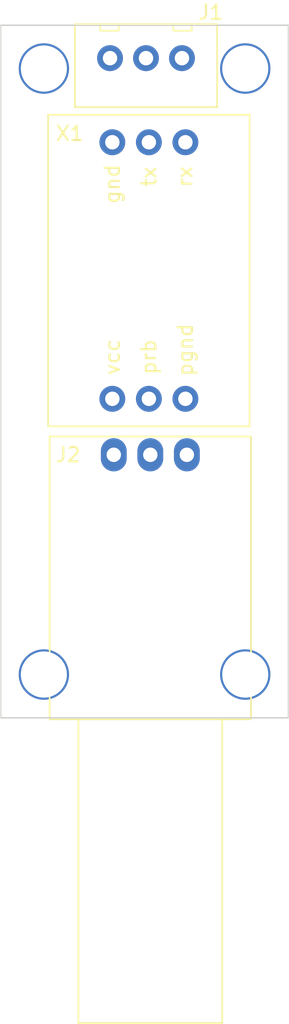
<source format=kicad_pcb>
(kicad_pcb (version 20211014) (generator pcbnew)
  (layers (0 "F.Cu" signal) (31 "B.Cu" signal) (34 "B.Paste" user) (35 "F.Paste" user) (36 "B.SilkS" user "B.Silkscreen") (37 "F.SilkS" user "F.Silkscreen") (38 "B.Mask" user) (39 "F.Mask" user) (44 "Edge.Cuts" user))
  (net 0 "")
  (footprint "IoWLabsConnectors:BNC_EZO_ALTAS" (layer "F.Cu") (at 80.4 70.5)
    (fp_text reference "J2" (at -5.715 1.27 unlocked) (layer "F.SilkS"))
    (fp_text value "HDR-3x1")
    (fp_rect (start -7 19.6) (end 7 0) (layer "F.SilkS") (width 0.12) (fill none))
    (fp_rect (start -5 19.6) (end 5 40.66) (layer "F.SilkS") (width 0.12) (fill none))
    (pad "1" thru_hole oval (at -2.54 1.27) (size 1.8 2.3) (drill 1) (layers *.Cu *.Mask))
    (pad "2" thru_hole oval (at 0 1.27) (size 1.8 2.3) (drill 1) (layers *.Cu *.Mask))
    (pad "3" thru_hole oval (at 2.54 1.27) (size 1.8 2.3) (drill 1) (layers *.Cu *.Mask))
  )
  (footprint "IoWLabsConnectors:JST-XH-3x1-2.5p-TH-V" (layer "F.Cu") (at 80.1 44.2811 180)
    (fp_text reference "J1" (at -4.5085 3.18224) (layer "F.SilkS"))
    (fp_text value "HDR-3x1")
    (fp_line (start 4.95 -3.4) (end 4.95 2.35) (layer "F.SilkS") (width 0.12))
    (fp_line (start -4.95 2.35) (end 4.95 2.35) (layer "F.SilkS") (width 0.12))
    (fp_line (start -1.905 1.905) (end -1.905 2.3368) (layer "F.SilkS") (width 0.12))
    (fp_line (start -3.175 1.905) (end -1.905 1.905) (layer "F.SilkS") (width 0.12))
    (fp_line (start 1.905 1.905) (end 1.905 2.3368) (layer "F.SilkS") (width 0.12))
    (fp_line (start -3.175 1.905) (end -3.175 2.3622) (layer "F.SilkS") (width 0.12))
    (fp_line (start -4.95 -3.4) (end 4.95 -3.4) (layer "F.SilkS") (width 0.12))
    (fp_line (start 3.175 1.905) (end 3.175 2.3368) (layer "F.SilkS") (width 0.12))
    (fp_line (start -4.95 2.35) (end -4.95 -3.4) (layer "F.SilkS") (width 0.12))
    (fp_line (start 1.905 1.905) (end 3.175 1.905) (layer "F.SilkS") (width 0.12))
    (pad "1" thru_hole circle locked (at -2.5 0 180) (size 1.8 1.8) (drill 1) (layers *.Cu *.Mask))
    (pad "2" thru_hole circle locked (at 0 0 180) (size 1.8 1.8) (drill 1) (layers *.Cu *.Mask))
    (pad "3" thru_hole circle locked (at 2.5 0 180) (size 1.8 1.8) (drill 1) (layers *.Cu *.Mask))
  )
  (footprint "IoWLabsModules:Ezo_generic" (layer "F.Cu") (at 80.3 59)
    (fp_text reference "X1" (at -5.5 -9.5 unlocked) (layer "F.SilkS"))
    (fp_text value "Ezp-generic")
    (fp_text user "prb" (at 0 6 90 unlocked) (layer "F.SilkS"))
    (fp_text user "gnd" (at -2.54 -6 90 unlocked) (layer "F.SilkS"))
    (fp_text user "vcc" (at -2.54 6 90 unlocked) (layer "F.SilkS"))
    (fp_text user "tx" (at 0 -6.5 90 unlocked) (layer "F.SilkS"))
    (fp_text user "rx" (at 2.5 -6.5 90 unlocked) (layer "F.SilkS"))
    (fp_text user "pgnd" (at 2.54 5.5 90 unlocked) (layer "F.SilkS"))
    (fp_line (start 7 -10.8) (end -7 -10.8) (layer "F.SilkS") (width 0.12))
    (fp_line (start -7 -10.8) (end -7 10.8) (layer "F.SilkS") (width 0.12))
    (fp_line (start -7 10.8) (end 7 10.8) (layer "F.SilkS") (width 0.12))
    (fp_line (start 7 10.8) (end 7 -10.8) (layer "F.SilkS") (width 0.12))
    (pad "1" thru_hole circle (at -2.54 -8.89) (size 1.8 1.8) (drill 1) (layers *.Cu *.Mask))
    (pad "2" thru_hole circle (at 0 -8.89) (size 1.8 1.8) (drill 1) (layers *.Cu *.Mask))
    (pad "3" thru_hole circle (at 2.54 -8.89) (size 1.8 1.8) (drill 1) (layers *.Cu *.Mask))
    (pad "4" thru_hole circle (at 2.54 8.89) (size 1.8 1.8) (drill 1) (layers *.Cu *.Mask))
    (pad "5" thru_hole circle (at 0 8.89) (size 1.8 1.8) (drill 1) (layers *.Cu *.Mask))
    (pad "6" thru_hole circle (at -2.54 8.89) (size 1.8 1.8) (drill 1) (layers *.Cu *.Mask))
  )
  (gr_rect (start 70 42) (end 90 90) (layer "Edge.Cuts") (width 0.1) (fill none))
  (via (at 87 45) (size 3.5) (drill 3.2) (layers "F.Cu" "B.Cu") (net 0))
  (via (at 87 87) (size 3.5) (drill 3.2) (layers "F.Cu" "B.Cu") (net 0))
  (via (at 73 87) (size 3.5) (drill 3.2) (layers "F.Cu" "B.Cu") (net 0))
  (via (at 73 45) (size 3.5) (drill 3.2) (layers "F.Cu" "B.Cu") (net 0))
)
</source>
